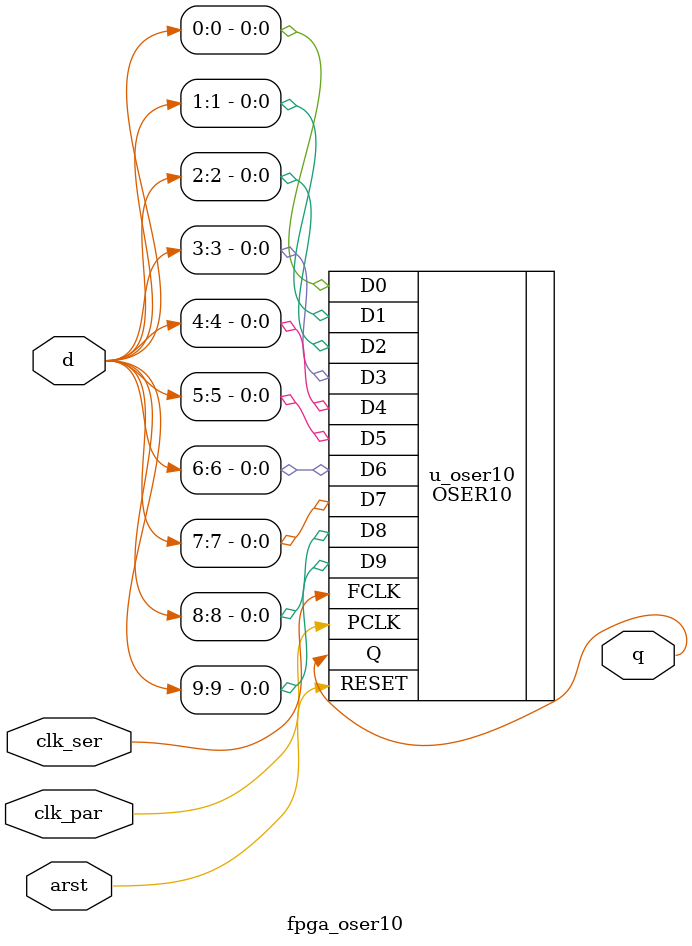
<source format=sv>

module fpga_oser10 (
   input  logic       arst,    // active-high async reset
   input  logic       clk_par, // slower/parallel clock
   input  logic       clk_ser, // faster/serial clock
   input  logic [9:0] d,

   output logic       q
);

   OSER10 #(
     .GSREN ("false"),
     .LSREN ("true")
   )
   u_oser10 (
     .Q     (q),

     .D0    (d[0]),
     .D1    (d[1]),
     .D2    (d[2]),
     .D3    (d[3]),
     .D4    (d[4]),
     .D5    (d[5]),
     .D6    (d[6]),
     .D7    (d[7]),
     .D8    (d[8]),
     .D9    (d[9]),

     .PCLK  (clk_par),
     .FCLK  (clk_ser),
     .RESET (arst)
  );

endmodule: fpga_oser10

/*
------------------------------------------------------------------------------
Version History:
------------------------------------------------------------------------------
 2022/10/9 JI: initial creation
*/

</source>
